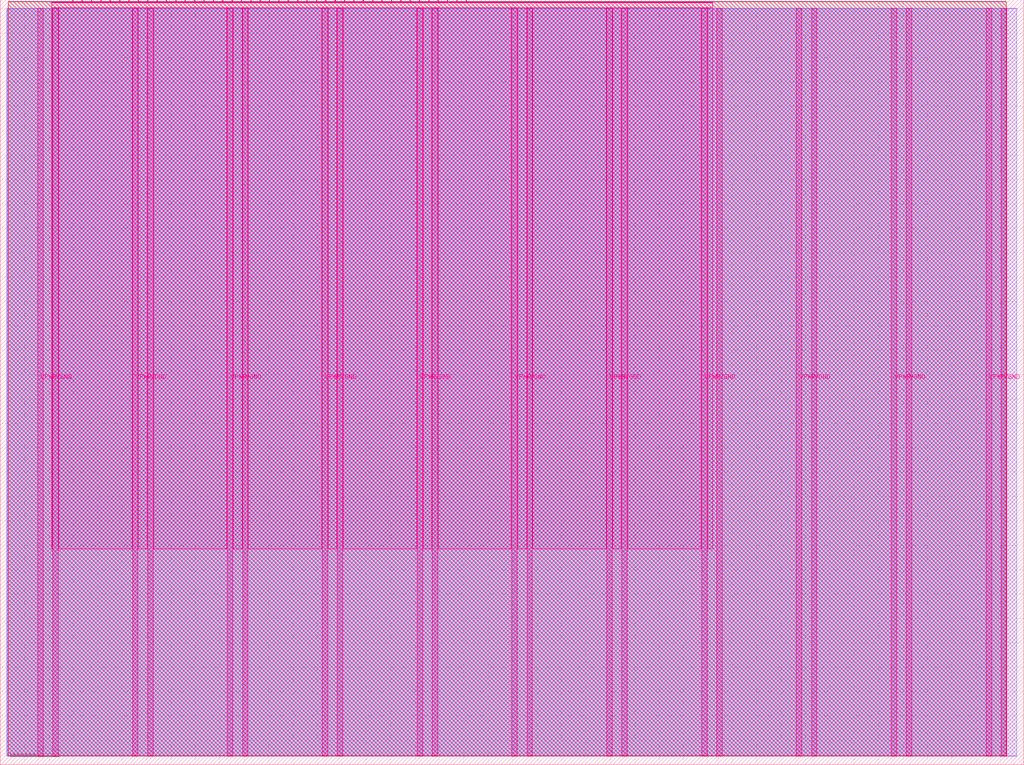
<source format=lef>
VERSION 5.7 ;
  NOWIREEXTENSIONATPIN ON ;
  DIVIDERCHAR "/" ;
  BUSBITCHARS "[]" ;
MACRO tt_um_a1k0n_demo
  CLASS BLOCK ;
  FOREIGN tt_um_a1k0n_demo ;
  ORIGIN 0.000 0.000 ;
  SIZE 419.520 BY 313.740 ;
  PIN VGND
    DIRECTION INOUT ;
    USE GROUND ;
    PORT
      LAYER Metal5 ;
        RECT 21.580 3.560 23.780 310.180 ;
    END
    PORT
      LAYER Metal5 ;
        RECT 60.450 3.560 62.650 310.180 ;
    END
    PORT
      LAYER Metal5 ;
        RECT 99.320 3.560 101.520 310.180 ;
    END
    PORT
      LAYER Metal5 ;
        RECT 138.190 3.560 140.390 310.180 ;
    END
    PORT
      LAYER Metal5 ;
        RECT 177.060 3.560 179.260 310.180 ;
    END
    PORT
      LAYER Metal5 ;
        RECT 215.930 3.560 218.130 310.180 ;
    END
    PORT
      LAYER Metal5 ;
        RECT 254.800 3.560 257.000 310.180 ;
    END
    PORT
      LAYER Metal5 ;
        RECT 293.670 3.560 295.870 310.180 ;
    END
    PORT
      LAYER Metal5 ;
        RECT 332.540 3.560 334.740 310.180 ;
    END
    PORT
      LAYER Metal5 ;
        RECT 371.410 3.560 373.610 310.180 ;
    END
    PORT
      LAYER Metal5 ;
        RECT 410.280 3.560 412.480 310.180 ;
    END
  END VGND
  PIN VPWR
    DIRECTION INOUT ;
    USE POWER ;
    PORT
      LAYER Metal5 ;
        RECT 15.380 3.560 17.580 310.180 ;
    END
    PORT
      LAYER Metal5 ;
        RECT 54.250 3.560 56.450 310.180 ;
    END
    PORT
      LAYER Metal5 ;
        RECT 93.120 3.560 95.320 310.180 ;
    END
    PORT
      LAYER Metal5 ;
        RECT 131.990 3.560 134.190 310.180 ;
    END
    PORT
      LAYER Metal5 ;
        RECT 170.860 3.560 173.060 310.180 ;
    END
    PORT
      LAYER Metal5 ;
        RECT 209.730 3.560 211.930 310.180 ;
    END
    PORT
      LAYER Metal5 ;
        RECT 248.600 3.560 250.800 310.180 ;
    END
    PORT
      LAYER Metal5 ;
        RECT 287.470 3.560 289.670 310.180 ;
    END
    PORT
      LAYER Metal5 ;
        RECT 326.340 3.560 328.540 310.180 ;
    END
    PORT
      LAYER Metal5 ;
        RECT 365.210 3.560 367.410 310.180 ;
    END
    PORT
      LAYER Metal5 ;
        RECT 404.080 3.560 406.280 310.180 ;
    END
  END VPWR
  PIN clk
    DIRECTION INPUT ;
    USE SIGNAL ;
    ANTENNAGATEAREA 0.213200 ;
    PORT
      LAYER Metal5 ;
        RECT 187.050 312.740 187.350 313.740 ;
    END
  END clk
  PIN ena
    DIRECTION INPUT ;
    USE SIGNAL ;
    PORT
      LAYER Metal5 ;
        RECT 190.890 312.740 191.190 313.740 ;
    END
  END ena
  PIN rst_n
    DIRECTION INPUT ;
    USE SIGNAL ;
    ANTENNAGATEAREA 0.213200 ;
    PORT
      LAYER Metal5 ;
        RECT 183.210 312.740 183.510 313.740 ;
    END
  END rst_n
  PIN ui_in[0]
    DIRECTION INPUT ;
    USE SIGNAL ;
    PORT
      LAYER Metal5 ;
        RECT 179.370 312.740 179.670 313.740 ;
    END
  END ui_in[0]
  PIN ui_in[1]
    DIRECTION INPUT ;
    USE SIGNAL ;
    PORT
      LAYER Metal5 ;
        RECT 175.530 312.740 175.830 313.740 ;
    END
  END ui_in[1]
  PIN ui_in[2]
    DIRECTION INPUT ;
    USE SIGNAL ;
    PORT
      LAYER Metal5 ;
        RECT 171.690 312.740 171.990 313.740 ;
    END
  END ui_in[2]
  PIN ui_in[3]
    DIRECTION INPUT ;
    USE SIGNAL ;
    PORT
      LAYER Metal5 ;
        RECT 167.850 312.740 168.150 313.740 ;
    END
  END ui_in[3]
  PIN ui_in[4]
    DIRECTION INPUT ;
    USE SIGNAL ;
    PORT
      LAYER Metal5 ;
        RECT 164.010 312.740 164.310 313.740 ;
    END
  END ui_in[4]
  PIN ui_in[5]
    DIRECTION INPUT ;
    USE SIGNAL ;
    PORT
      LAYER Metal5 ;
        RECT 160.170 312.740 160.470 313.740 ;
    END
  END ui_in[5]
  PIN ui_in[6]
    DIRECTION INPUT ;
    USE SIGNAL ;
    PORT
      LAYER Metal5 ;
        RECT 156.330 312.740 156.630 313.740 ;
    END
  END ui_in[6]
  PIN ui_in[7]
    DIRECTION INPUT ;
    USE SIGNAL ;
    PORT
      LAYER Metal5 ;
        RECT 152.490 312.740 152.790 313.740 ;
    END
  END ui_in[7]
  PIN uio_in[0]
    DIRECTION INPUT ;
    USE SIGNAL ;
    PORT
      LAYER Metal5 ;
        RECT 148.650 312.740 148.950 313.740 ;
    END
  END uio_in[0]
  PIN uio_in[1]
    DIRECTION INPUT ;
    USE SIGNAL ;
    PORT
      LAYER Metal5 ;
        RECT 144.810 312.740 145.110 313.740 ;
    END
  END uio_in[1]
  PIN uio_in[2]
    DIRECTION INPUT ;
    USE SIGNAL ;
    PORT
      LAYER Metal5 ;
        RECT 140.970 312.740 141.270 313.740 ;
    END
  END uio_in[2]
  PIN uio_in[3]
    DIRECTION INPUT ;
    USE SIGNAL ;
    PORT
      LAYER Metal5 ;
        RECT 137.130 312.740 137.430 313.740 ;
    END
  END uio_in[3]
  PIN uio_in[4]
    DIRECTION INPUT ;
    USE SIGNAL ;
    PORT
      LAYER Metal5 ;
        RECT 133.290 312.740 133.590 313.740 ;
    END
  END uio_in[4]
  PIN uio_in[5]
    DIRECTION INPUT ;
    USE SIGNAL ;
    PORT
      LAYER Metal5 ;
        RECT 129.450 312.740 129.750 313.740 ;
    END
  END uio_in[5]
  PIN uio_in[6]
    DIRECTION INPUT ;
    USE SIGNAL ;
    PORT
      LAYER Metal5 ;
        RECT 125.610 312.740 125.910 313.740 ;
    END
  END uio_in[6]
  PIN uio_in[7]
    DIRECTION INPUT ;
    USE SIGNAL ;
    PORT
      LAYER Metal5 ;
        RECT 121.770 312.740 122.070 313.740 ;
    END
  END uio_in[7]
  PIN uio_oe[0]
    DIRECTION OUTPUT ;
    USE SIGNAL ;
    ANTENNADIFFAREA 0.299200 ;
    PORT
      LAYER Metal5 ;
        RECT 56.490 312.740 56.790 313.740 ;
    END
  END uio_oe[0]
  PIN uio_oe[1]
    DIRECTION OUTPUT ;
    USE SIGNAL ;
    ANTENNADIFFAREA 0.299200 ;
    PORT
      LAYER Metal5 ;
        RECT 52.650 312.740 52.950 313.740 ;
    END
  END uio_oe[1]
  PIN uio_oe[2]
    DIRECTION OUTPUT ;
    USE SIGNAL ;
    ANTENNADIFFAREA 0.299200 ;
    PORT
      LAYER Metal5 ;
        RECT 48.810 312.740 49.110 313.740 ;
    END
  END uio_oe[2]
  PIN uio_oe[3]
    DIRECTION OUTPUT ;
    USE SIGNAL ;
    ANTENNADIFFAREA 0.299200 ;
    PORT
      LAYER Metal5 ;
        RECT 44.970 312.740 45.270 313.740 ;
    END
  END uio_oe[3]
  PIN uio_oe[4]
    DIRECTION OUTPUT ;
    USE SIGNAL ;
    ANTENNADIFFAREA 0.299200 ;
    PORT
      LAYER Metal5 ;
        RECT 41.130 312.740 41.430 313.740 ;
    END
  END uio_oe[4]
  PIN uio_oe[5]
    DIRECTION OUTPUT ;
    USE SIGNAL ;
    ANTENNADIFFAREA 0.299200 ;
    PORT
      LAYER Metal5 ;
        RECT 37.290 312.740 37.590 313.740 ;
    END
  END uio_oe[5]
  PIN uio_oe[6]
    DIRECTION OUTPUT ;
    USE SIGNAL ;
    ANTENNADIFFAREA 0.299200 ;
    PORT
      LAYER Metal5 ;
        RECT 33.450 312.740 33.750 313.740 ;
    END
  END uio_oe[6]
  PIN uio_oe[7]
    DIRECTION OUTPUT ;
    USE SIGNAL ;
    ANTENNADIFFAREA 0.392700 ;
    PORT
      LAYER Metal5 ;
        RECT 29.610 312.740 29.910 313.740 ;
    END
  END uio_oe[7]
  PIN uio_out[0]
    DIRECTION OUTPUT ;
    USE SIGNAL ;
    ANTENNADIFFAREA 0.299200 ;
    PORT
      LAYER Metal5 ;
        RECT 87.210 312.740 87.510 313.740 ;
    END
  END uio_out[0]
  PIN uio_out[1]
    DIRECTION OUTPUT ;
    USE SIGNAL ;
    ANTENNADIFFAREA 0.299200 ;
    PORT
      LAYER Metal5 ;
        RECT 83.370 312.740 83.670 313.740 ;
    END
  END uio_out[1]
  PIN uio_out[2]
    DIRECTION OUTPUT ;
    USE SIGNAL ;
    ANTENNADIFFAREA 0.299200 ;
    PORT
      LAYER Metal5 ;
        RECT 79.530 312.740 79.830 313.740 ;
    END
  END uio_out[2]
  PIN uio_out[3]
    DIRECTION OUTPUT ;
    USE SIGNAL ;
    ANTENNADIFFAREA 0.299200 ;
    PORT
      LAYER Metal5 ;
        RECT 75.690 312.740 75.990 313.740 ;
    END
  END uio_out[3]
  PIN uio_out[4]
    DIRECTION OUTPUT ;
    USE SIGNAL ;
    ANTENNADIFFAREA 0.299200 ;
    PORT
      LAYER Metal5 ;
        RECT 71.850 312.740 72.150 313.740 ;
    END
  END uio_out[4]
  PIN uio_out[5]
    DIRECTION OUTPUT ;
    USE SIGNAL ;
    ANTENNADIFFAREA 0.299200 ;
    PORT
      LAYER Metal5 ;
        RECT 68.010 312.740 68.310 313.740 ;
    END
  END uio_out[5]
  PIN uio_out[6]
    DIRECTION OUTPUT ;
    USE SIGNAL ;
    ANTENNADIFFAREA 0.299200 ;
    PORT
      LAYER Metal5 ;
        RECT 64.170 312.740 64.470 313.740 ;
    END
  END uio_out[6]
  PIN uio_out[7]
    DIRECTION OUTPUT ;
    USE SIGNAL ;
    ANTENNADIFFAREA 0.706800 ;
    PORT
      LAYER Metal5 ;
        RECT 60.330 312.740 60.630 313.740 ;
    END
  END uio_out[7]
  PIN uo_out[0]
    DIRECTION OUTPUT ;
    USE SIGNAL ;
    ANTENNADIFFAREA 0.632400 ;
    PORT
      LAYER Metal5 ;
        RECT 117.930 312.740 118.230 313.740 ;
    END
  END uo_out[0]
  PIN uo_out[1]
    DIRECTION OUTPUT ;
    USE SIGNAL ;
    ANTENNADIFFAREA 0.632400 ;
    PORT
      LAYER Metal5 ;
        RECT 114.090 312.740 114.390 313.740 ;
    END
  END uo_out[1]
  PIN uo_out[2]
    DIRECTION OUTPUT ;
    USE SIGNAL ;
    ANTENNADIFFAREA 0.632400 ;
    PORT
      LAYER Metal5 ;
        RECT 110.250 312.740 110.550 313.740 ;
    END
  END uo_out[2]
  PIN uo_out[3]
    DIRECTION OUTPUT ;
    USE SIGNAL ;
    ANTENNADIFFAREA 0.706800 ;
    PORT
      LAYER Metal5 ;
        RECT 106.410 312.740 106.710 313.740 ;
    END
  END uo_out[3]
  PIN uo_out[4]
    DIRECTION OUTPUT ;
    USE SIGNAL ;
    ANTENNADIFFAREA 0.632400 ;
    PORT
      LAYER Metal5 ;
        RECT 102.570 312.740 102.870 313.740 ;
    END
  END uo_out[4]
  PIN uo_out[5]
    DIRECTION OUTPUT ;
    USE SIGNAL ;
    ANTENNADIFFAREA 0.632400 ;
    PORT
      LAYER Metal5 ;
        RECT 98.730 312.740 99.030 313.740 ;
    END
  END uo_out[5]
  PIN uo_out[6]
    DIRECTION OUTPUT ;
    USE SIGNAL ;
    ANTENNADIFFAREA 0.632400 ;
    PORT
      LAYER Metal5 ;
        RECT 94.890 312.740 95.190 313.740 ;
    END
  END uo_out[6]
  PIN uo_out[7]
    DIRECTION OUTPUT ;
    USE SIGNAL ;
    ANTENNADIFFAREA 0.654800 ;
    PORT
      LAYER Metal5 ;
        RECT 91.050 312.740 91.350 313.740 ;
    END
  END uo_out[7]
  OBS
      LAYER GatPoly ;
        RECT 2.880 3.630 416.640 310.110 ;
      LAYER Metal1 ;
        RECT 2.880 3.560 416.640 310.180 ;
      LAYER Metal2 ;
        RECT 2.605 3.680 412.345 310.060 ;
      LAYER Metal3 ;
        RECT 3.260 3.635 412.300 313.045 ;
      LAYER Metal4 ;
        RECT 3.215 3.680 412.345 313.000 ;
      LAYER Metal5 ;
        RECT 21.020 312.530 29.400 312.740 ;
        RECT 30.120 312.530 33.240 312.740 ;
        RECT 33.960 312.530 37.080 312.740 ;
        RECT 37.800 312.530 40.920 312.740 ;
        RECT 41.640 312.530 44.760 312.740 ;
        RECT 45.480 312.530 48.600 312.740 ;
        RECT 49.320 312.530 52.440 312.740 ;
        RECT 53.160 312.530 56.280 312.740 ;
        RECT 57.000 312.530 60.120 312.740 ;
        RECT 60.840 312.530 63.960 312.740 ;
        RECT 64.680 312.530 67.800 312.740 ;
        RECT 68.520 312.530 71.640 312.740 ;
        RECT 72.360 312.530 75.480 312.740 ;
        RECT 76.200 312.530 79.320 312.740 ;
        RECT 80.040 312.530 83.160 312.740 ;
        RECT 83.880 312.530 87.000 312.740 ;
        RECT 87.720 312.530 90.840 312.740 ;
        RECT 91.560 312.530 94.680 312.740 ;
        RECT 95.400 312.530 98.520 312.740 ;
        RECT 99.240 312.530 102.360 312.740 ;
        RECT 103.080 312.530 106.200 312.740 ;
        RECT 106.920 312.530 110.040 312.740 ;
        RECT 110.760 312.530 113.880 312.740 ;
        RECT 114.600 312.530 117.720 312.740 ;
        RECT 118.440 312.530 121.560 312.740 ;
        RECT 122.280 312.530 125.400 312.740 ;
        RECT 126.120 312.530 129.240 312.740 ;
        RECT 129.960 312.530 133.080 312.740 ;
        RECT 133.800 312.530 136.920 312.740 ;
        RECT 137.640 312.530 140.760 312.740 ;
        RECT 141.480 312.530 144.600 312.740 ;
        RECT 145.320 312.530 148.440 312.740 ;
        RECT 149.160 312.530 152.280 312.740 ;
        RECT 153.000 312.530 156.120 312.740 ;
        RECT 156.840 312.530 159.960 312.740 ;
        RECT 160.680 312.530 163.800 312.740 ;
        RECT 164.520 312.530 167.640 312.740 ;
        RECT 168.360 312.530 171.480 312.740 ;
        RECT 172.200 312.530 175.320 312.740 ;
        RECT 176.040 312.530 179.160 312.740 ;
        RECT 179.880 312.530 183.000 312.740 ;
        RECT 183.720 312.530 186.840 312.740 ;
        RECT 187.560 312.530 190.680 312.740 ;
        RECT 191.400 312.530 291.940 312.740 ;
        RECT 21.020 310.390 291.940 312.530 ;
        RECT 21.020 88.475 21.370 310.390 ;
        RECT 23.990 88.475 54.040 310.390 ;
        RECT 56.660 88.475 60.240 310.390 ;
        RECT 62.860 88.475 92.910 310.390 ;
        RECT 95.530 88.475 99.110 310.390 ;
        RECT 101.730 88.475 131.780 310.390 ;
        RECT 134.400 88.475 137.980 310.390 ;
        RECT 140.600 88.475 170.650 310.390 ;
        RECT 173.270 88.475 176.850 310.390 ;
        RECT 179.470 88.475 209.520 310.390 ;
        RECT 212.140 88.475 215.720 310.390 ;
        RECT 218.340 88.475 248.390 310.390 ;
        RECT 251.010 88.475 254.590 310.390 ;
        RECT 257.210 88.475 287.260 310.390 ;
        RECT 289.880 88.475 291.940 310.390 ;
  END
END tt_um_a1k0n_demo
END LIBRARY


</source>
